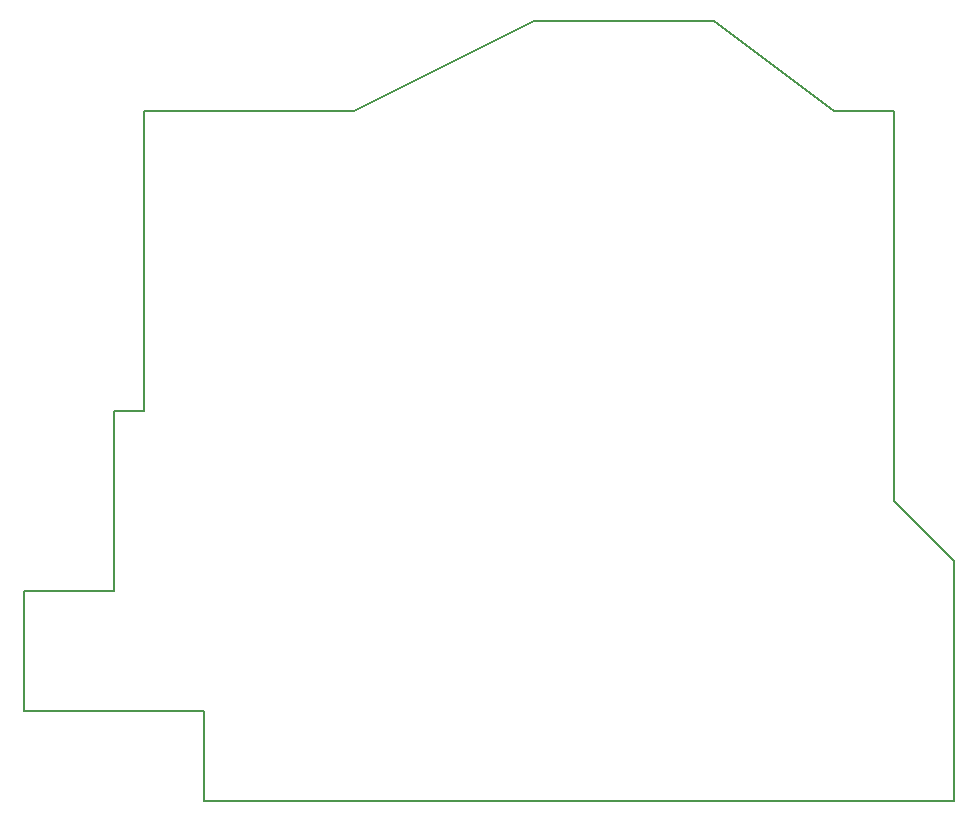
<source format=gm1>
G04 #@! TF.GenerationSoftware,KiCad,Pcbnew,5.0.2+dfsg1-1~bpo9+1*
G04 #@! TF.CreationDate,2019-12-06T02:16:18-05:00*
G04 #@! TF.ProjectId,uno,756e6f2e-6b69-4636-9164-5f7063625858,v1.0*
G04 #@! TF.SameCoordinates,Original*
G04 #@! TF.FileFunction,Profile,NP*
%FSLAX46Y46*%
G04 Gerber Fmt 4.6, Leading zero omitted, Abs format (unit mm)*
G04 Created by KiCad (PCBNEW 5.0.2+dfsg1-1~bpo9+1) date Fri 06 Dec 2019 02:16:18 AM EST*
%MOMM*%
%LPD*%
G01*
G04 APERTURE LIST*
%ADD10C,0.152400*%
G04 APERTURE END LIST*
D10*
X38100000Y-96520000D02*
X38100000Y-99060000D01*
X45720000Y-96520000D02*
X38100000Y-96520000D01*
X45720000Y-81280000D02*
X45720000Y-96520000D01*
X48260000Y-81280000D02*
X45720000Y-81280000D01*
X48260000Y-55880000D02*
X48260000Y-81280000D01*
X66040000Y-55880000D02*
X48260000Y-55880000D01*
X81280000Y-48260000D02*
X66040000Y-55880000D01*
X96520000Y-48260000D02*
X81280000Y-48260000D01*
X106680000Y-55880000D02*
X96520000Y-48260000D01*
X111760000Y-55880000D02*
X106680000Y-55880000D01*
X111760000Y-88900000D02*
X111760000Y-55880000D01*
X116840000Y-93980000D02*
X111760000Y-88900000D01*
X116840000Y-114300000D02*
X116840000Y-93980000D01*
X53340000Y-114300000D02*
X116840000Y-114300000D01*
X53340000Y-111760000D02*
X53340000Y-114300000D01*
X53340000Y-106680000D02*
X53340000Y-111760000D01*
X38100000Y-106680000D02*
X53340000Y-106680000D01*
X38100000Y-99060000D02*
X38100000Y-106680000D01*
M02*

</source>
